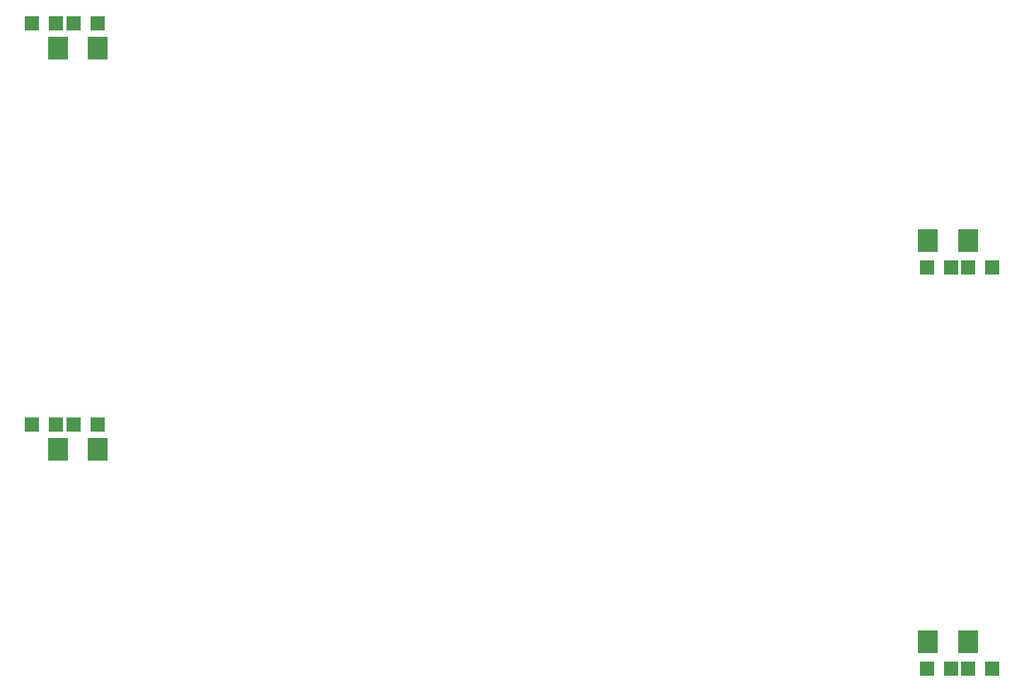
<source format=gbr>
G04 #@! TF.GenerationSoftware,KiCad,Pcbnew,(5.0.0)*
G04 #@! TF.CreationDate,2018-12-19T14:03:44+02:00*
G04 #@! TF.ProjectId,tp_x2_EKA,74705F78325F454B412E6B696361645F,3*
G04 #@! TF.SameCoordinates,Original*
G04 #@! TF.FileFunction,Paste,Top*
G04 #@! TF.FilePolarity,Positive*
%FSLAX46Y46*%
G04 Gerber Fmt 4.6, Leading zero omitted, Abs format (unit mm)*
G04 Created by KiCad (PCBNEW (5.0.0)) date 12/19/18 14:03:44*
%MOMM*%
%LPD*%
G01*
G04 APERTURE LIST*
%ADD10R,2.400000X2.700000*%
%ADD11R,1.800000X1.700000*%
G04 APERTURE END LIST*
D10*
G04 #@! TO.C,D2*
X206700000Y-126500000D03*
X211500000Y-126500000D03*
G04 #@! TD*
D11*
G04 #@! TO.C,R1*
X209500000Y-129700000D03*
X206600000Y-129700000D03*
G04 #@! TD*
G04 #@! TO.C,R4*
X107400000Y-100500000D03*
X104500000Y-100500000D03*
G04 #@! TD*
D10*
G04 #@! TO.C,D1*
X102600000Y-103500000D03*
X107400000Y-103500000D03*
G04 #@! TD*
D11*
G04 #@! TO.C,R2*
X99500000Y-100500000D03*
X102400000Y-100500000D03*
G04 #@! TD*
G04 #@! TO.C,R3*
X211500000Y-129700000D03*
X214400000Y-129700000D03*
G04 #@! TD*
D10*
G04 #@! TO.C,D4*
X211500000Y-78500000D03*
X206700000Y-78500000D03*
G04 #@! TD*
G04 #@! TO.C,D3*
X107400000Y-55500000D03*
X102600000Y-55500000D03*
G04 #@! TD*
D11*
G04 #@! TO.C,R6*
X206600000Y-81700000D03*
X209500000Y-81700000D03*
G04 #@! TD*
G04 #@! TO.C,R8*
X214400000Y-81700000D03*
X211500000Y-81700000D03*
G04 #@! TD*
G04 #@! TO.C,R7*
X102400000Y-52500000D03*
X99500000Y-52500000D03*
G04 #@! TD*
G04 #@! TO.C,R9*
X104500000Y-52500000D03*
X107400000Y-52500000D03*
G04 #@! TD*
M02*

</source>
